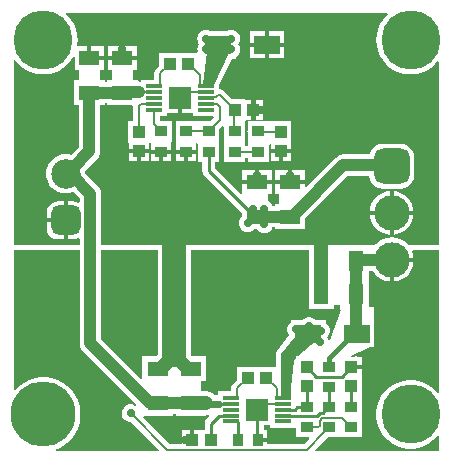
<source format=gtl>
G04*
G04 #@! TF.GenerationSoftware,Altium Limited,Altium Designer,21.8.1 (53)*
G04*
G04 Layer_Physical_Order=1*
G04 Layer_Color=255*
%FSAX44Y44*%
%MOMM*%
G71*
G04*
G04 #@! TF.SameCoordinates,6BB75745-684E-4E6C-8D6C-D78F644A18B4*
G04*
G04*
G04 #@! TF.FilePolarity,Positive*
G04*
G01*
G75*
%ADD10C,0.2000*%
%ADD27R,2.2000X1.5500*%
%ADD28R,1.8000X1.3000*%
%ADD29R,1.3000X1.8000*%
%ADD30R,1.8300X1.8900*%
%ADD31R,1.4000X0.3000*%
%ADD32R,1.0000X1.0000*%
%ADD33R,1.0000X0.9000*%
%ADD34R,0.9000X1.0000*%
%ADD35R,1.0000X1.0000*%
%ADD36C,0.2540*%
%ADD37C,1.0000*%
%ADD38C,1.2000*%
%ADD39C,2.0000*%
%ADD40C,0.4000*%
%ADD41C,0.6000*%
%ADD42C,0.5000*%
%ADD43C,5.0000*%
%ADD44C,5.5000*%
%ADD45C,3.0000*%
G04:AMPARAMS|DCode=46|XSize=3mm|YSize=3mm|CornerRadius=0.75mm|HoleSize=0mm|Usage=FLASHONLY|Rotation=270.000|XOffset=0mm|YOffset=0mm|HoleType=Round|Shape=RoundedRectangle|*
%AMROUNDEDRECTD46*
21,1,3.0000,1.5000,0,0,270.0*
21,1,1.5000,3.0000,0,0,270.0*
1,1,1.5000,-0.7500,-0.7500*
1,1,1.5000,-0.7500,0.7500*
1,1,1.5000,0.7500,0.7500*
1,1,1.5000,0.7500,-0.7500*
%
%ADD46ROUNDEDRECTD46*%
%ADD47C,2.5000*%
G04:AMPARAMS|DCode=48|XSize=2.5mm|YSize=2.5mm|CornerRadius=0.625mm|HoleSize=0mm|Usage=FLASHONLY|Rotation=90.000|XOffset=0mm|YOffset=0mm|HoleType=Round|Shape=RoundedRectangle|*
%AMROUNDEDRECTD48*
21,1,2.5000,1.2500,0,0,90.0*
21,1,1.2500,2.5000,0,0,90.0*
1,1,1.2500,0.6250,0.6250*
1,1,1.2500,0.6250,-0.6250*
1,1,1.2500,-0.6250,-0.6250*
1,1,1.2500,-0.6250,0.6250*
%
%ADD48ROUNDEDRECTD48*%
%ADD49C,0.7000*%
G36*
X01056500Y00687311D02*
Y00676500D01*
X01060000D01*
Y00668000D01*
X01056000D01*
Y00647000D01*
X01059922D01*
Y00611560D01*
X01053147Y00604785D01*
X01052235Y00605061D01*
X01049000Y00605380D01*
X01045765Y00605061D01*
X01042655Y00604118D01*
X01039789Y00602586D01*
X01037276Y00600524D01*
X01035214Y00598011D01*
X01033682Y00595145D01*
X01032739Y00592035D01*
X01032420Y00588800D01*
X01032739Y00585565D01*
X01033682Y00582455D01*
X01035214Y00579589D01*
X01037276Y00577076D01*
X01039789Y00575014D01*
X01042655Y00573482D01*
X01045765Y00572539D01*
X01049000Y00572220D01*
X01052235Y00572539D01*
X01055345Y00573482D01*
X01055471Y00573550D01*
X01060909Y00568112D01*
Y00564884D01*
X01059639Y00564185D01*
X01057795Y00564949D01*
X01055250Y00565284D01*
X01050750D01*
Y00549200D01*
Y00533116D01*
X01055250D01*
X01057795Y00533451D01*
X01059639Y00534215D01*
X01060909Y00533516D01*
Y00528000D01*
X01005000D01*
Y00684954D01*
X01006222Y00685299D01*
X01006466Y00684902D01*
X01009430Y00681431D01*
X01012902Y00678466D01*
X01016794Y00676081D01*
X01021011Y00674334D01*
X01025449Y00673269D01*
X01030000Y00672910D01*
X01034551Y00673269D01*
X01038989Y00674334D01*
X01043206Y00676081D01*
X01047098Y00678466D01*
X01050570Y00681431D01*
X01053534Y00684902D01*
X01055230Y00687669D01*
X01056500Y00687311D01*
D02*
G37*
G36*
X01187482Y00690925D02*
X01175108Y00665260D01*
X01174478Y00663500D01*
X01166144D01*
X01165308Y00664456D01*
X01169000Y00692000D01*
X01186806D01*
X01187482Y00690925D01*
D02*
G37*
G36*
X01321881Y00723809D02*
X01320430Y00722570D01*
X01317466Y00719099D01*
X01315081Y00715206D01*
X01313334Y00710989D01*
X01312269Y00706551D01*
X01311910Y00702000D01*
X01312269Y00697449D01*
X01313334Y00693011D01*
X01315081Y00688794D01*
X01317466Y00684902D01*
X01320430Y00681431D01*
X01323902Y00678466D01*
X01327794Y00676081D01*
X01332011Y00674334D01*
X01336449Y00673269D01*
X01341000Y00672910D01*
X01345551Y00673269D01*
X01349989Y00674334D01*
X01354206Y00676081D01*
X01358098Y00678466D01*
X01361570Y00681431D01*
X01363730Y00683960D01*
X01365000Y00683492D01*
Y00528000D01*
X01339731D01*
X01338500Y00529500D01*
X01335607Y00531874D01*
X01332306Y00533639D01*
X01328725Y00534725D01*
X01325000Y00535092D01*
X01321275Y00534725D01*
X01317694Y00533639D01*
X01314393Y00531874D01*
X01311500Y00529500D01*
X01310269Y00528000D01*
X01079064D01*
Y00571872D01*
X01078755Y00574222D01*
X01077848Y00576411D01*
X01076406Y00578291D01*
X01065545Y00589151D01*
X01065334Y00591296D01*
X01075419Y00601381D01*
X01075419Y00601381D01*
X01076861Y00603261D01*
X01077768Y00605451D01*
X01078078Y00607800D01*
Y00647000D01*
X01082000D01*
Y00648422D01*
X01084000D01*
Y00647000D01*
X01105480D01*
X01105902Y00646486D01*
Y00633000D01*
X01102000D01*
Y00615000D01*
X01102500D01*
Y00609750D01*
X01111000D01*
X01119500D01*
Y00614536D01*
X01120223Y00614990D01*
X01121248Y00614947D01*
X01121500Y00614810D01*
Y00609250D01*
X01130000D01*
X01138500D01*
Y00615500D01*
X01139000Y00616000D01*
X01139000D01*
Y00633000D01*
X01129098D01*
Y00637500D01*
X01135000D01*
Y00640050D01*
X01144250D01*
Y00653000D01*
X01147750D01*
Y00640050D01*
X01157000D01*
Y00637500D01*
X01173994D01*
X01174520Y00636230D01*
X01171290Y00633000D01*
X01161000D01*
Y00633000D01*
X01160000Y00633000D01*
Y00633000D01*
X01142000D01*
Y00616000D01*
X01142000D01*
X01142500Y00615500D01*
Y00609250D01*
X01151000D01*
Y00607500D01*
D01*
Y00609250D01*
X01159500D01*
Y00614810D01*
X01159730Y00614935D01*
X01161000Y00614178D01*
Y00599000D01*
X01164627D01*
Y00591000D01*
X01165036Y00588944D01*
X01166200Y00587201D01*
X01198000Y00555401D01*
Y00552617D01*
X01197651Y00552349D01*
X01196449Y00550782D01*
X01195693Y00548958D01*
X01195435Y00547000D01*
X01195693Y00545042D01*
X01196449Y00543218D01*
X01197651Y00541651D01*
X01199218Y00540449D01*
X01201042Y00539693D01*
X01203000Y00539435D01*
X01204958Y00539693D01*
X01206782Y00540449D01*
X01208349Y00541651D01*
X01208617Y00542000D01*
X01210616D01*
X01211651Y00540651D01*
X01213218Y00539449D01*
X01215042Y00538693D01*
X01217000Y00538435D01*
X01218958Y00538693D01*
X01220782Y00539449D01*
X01222349Y00540651D01*
X01223384Y00542000D01*
X01224000D01*
Y00543301D01*
X01224050Y00543422D01*
X01226000D01*
Y00542000D01*
X01252000D01*
Y00551162D01*
X01287760Y00586922D01*
X01306003D01*
X01306296Y00584698D01*
X01307455Y00581900D01*
X01309298Y00579498D01*
X01311700Y00577655D01*
X01314498Y00576496D01*
X01317500Y00576101D01*
X01332500D01*
X01335502Y00576496D01*
X01338300Y00577655D01*
X01340702Y00579498D01*
X01342545Y00581900D01*
X01343704Y00584698D01*
X01344099Y00587700D01*
Y00602700D01*
X01343704Y00605702D01*
X01342545Y00608500D01*
X01340702Y00610902D01*
X01338300Y00612745D01*
X01335502Y00613904D01*
X01332500Y00614299D01*
X01317500D01*
X01314498Y00613904D01*
X01311700Y00612745D01*
X01309298Y00610902D01*
X01307455Y00608500D01*
X01306296Y00605702D01*
X01306214Y00605078D01*
X01284000D01*
X01281651Y00604768D01*
X01279461Y00603861D01*
X01277581Y00602419D01*
X01252673Y00577511D01*
X01251500Y00577997D01*
Y00579750D01*
X01226500D01*
Y00571500D01*
X01230000D01*
Y00563000D01*
X01226000D01*
Y00561578D01*
X01224050D01*
X01224000Y00561699D01*
Y00563000D01*
X01223384D01*
X01222349Y00564349D01*
X01220782Y00565551D01*
X01220000Y00565875D01*
Y00571500D01*
X01223500D01*
Y00579750D01*
X01198500D01*
Y00571895D01*
X01197323Y00571276D01*
X01175373Y00593226D01*
Y00599000D01*
X01179000D01*
Y00614730D01*
X01179000Y00616000D01*
X01179000D01*
Y00616000D01*
X01179000D01*
Y00626290D01*
X01181827Y00629117D01*
X01183000Y00628631D01*
Y00617270D01*
X01183000Y00616000D01*
X01183000D01*
Y00616000D01*
X01183000D01*
Y00599000D01*
X01201000D01*
Y00602402D01*
X01203000D01*
Y00599000D01*
X01221000D01*
Y00613178D01*
X01222270Y00613935D01*
X01222500Y00613810D01*
Y00609750D01*
X01231000D01*
X01239500D01*
Y00615000D01*
X01240000D01*
Y00633000D01*
X01222000D01*
Y00633000D01*
X01221000Y00633000D01*
Y00633000D01*
X01203000D01*
Y00624992D01*
X01202902Y00624500D01*
X01203000Y00624007D01*
Y00617270D01*
X01203000Y00616000D01*
X01203000D01*
Y00616000D01*
X01203000D01*
Y00612598D01*
X01201000D01*
Y00614730D01*
X01201000Y00616000D01*
X01201000D01*
Y00616000D01*
X01201000D01*
Y00633000D01*
X01201000D01*
X01201000Y00633230D01*
X01202063Y00634500D01*
X01206250D01*
Y00643000D01*
Y00651500D01*
X01201000D01*
Y00652000D01*
X01190210D01*
X01183305Y00658905D01*
X01181651Y00660010D01*
X01179700Y00660398D01*
X01179000D01*
Y00663007D01*
X01179098Y00663500D01*
Y00664146D01*
X01189755Y00686250D01*
X01193250D01*
Y00687808D01*
X01194349Y00688651D01*
X01195551Y00690218D01*
X01196307Y00692042D01*
X01196565Y00694000D01*
X01196307Y00695958D01*
X01195551Y00697782D01*
X01195001Y00698500D01*
X01195551Y00699218D01*
X01196307Y00701042D01*
X01196565Y00703000D01*
X01196307Y00704958D01*
X01195551Y00706782D01*
X01194349Y00708349D01*
X01193250Y00709192D01*
Y00709750D01*
X01192302D01*
X01190958Y00710307D01*
X01189000Y00710565D01*
X01187042Y00710307D01*
X01185698Y00709750D01*
X01171302D01*
X01169958Y00710307D01*
X01168000Y00710565D01*
X01166042Y00710307D01*
X01164697Y00709750D01*
X01163250D01*
Y00708809D01*
X01162651Y00708349D01*
X01161449Y00706782D01*
X01160693Y00704958D01*
X01160435Y00703000D01*
X01160693Y00701042D01*
X01161449Y00699218D01*
X01161999Y00698500D01*
X01161449Y00697782D01*
X01160693Y00695958D01*
X01160435Y00694000D01*
X01160663Y00692270D01*
X01160186Y00691283D01*
X01159997Y00691000D01*
X01128000D01*
Y00680210D01*
X01125395Y00677605D01*
X01124290Y00675951D01*
X01123902Y00674000D01*
Y00668500D01*
X01113000D01*
Y00667536D01*
X01112045Y00666699D01*
X01110817Y00666861D01*
X01110000D01*
Y00668000D01*
X01106000D01*
Y00676500D01*
X01109500D01*
Y00684750D01*
X01084500D01*
Y00676500D01*
X01088000D01*
Y00668000D01*
X01084000D01*
Y00666578D01*
X01082000D01*
Y00668000D01*
X01078000D01*
Y00676500D01*
X01081500D01*
Y00684750D01*
X01069000D01*
Y00686500D01*
X01067250D01*
Y00696500D01*
X01059565D01*
X01058757Y00697770D01*
X01059090Y00702000D01*
X01058732Y00706551D01*
X01057666Y00710989D01*
X01055919Y00715206D01*
X01053534Y00719099D01*
X01050570Y00722570D01*
X01049119Y00723809D01*
X01049558Y00725000D01*
X01321442D01*
X01321881Y00723809D01*
D02*
G37*
G36*
X01365000Y00523922D02*
Y00403359D01*
X01363792Y00402967D01*
X01363120Y00403892D01*
X01359892Y00407120D01*
X01356199Y00409803D01*
X01352132Y00411875D01*
X01347791Y00413286D01*
X01343282Y00414000D01*
X01338718D01*
X01334209Y00413286D01*
X01329868Y00411875D01*
X01325801Y00409803D01*
X01322108Y00407120D01*
X01318880Y00403892D01*
X01316197Y00400199D01*
X01314125Y00396132D01*
X01312714Y00391791D01*
X01312000Y00387282D01*
Y00382718D01*
X01312714Y00378209D01*
X01314125Y00373868D01*
X01316197Y00369801D01*
X01318880Y00366108D01*
X01322108Y00362880D01*
X01325801Y00360197D01*
X01329868Y00358125D01*
X01334209Y00356714D01*
X01338718Y00356000D01*
X01343282D01*
X01347791Y00356714D01*
X01352132Y00358125D01*
X01356199Y00360197D01*
X01359892Y00362880D01*
X01363120Y00366108D01*
X01363792Y00367033D01*
X01365000Y00366641D01*
Y00354000D01*
X01260869D01*
X01260383Y00355173D01*
X01270710Y00365500D01*
X01281000D01*
X01281000Y00365500D01*
X01282000D01*
Y00365500D01*
X01282270Y00365500D01*
X01300000D01*
Y00381230D01*
X01300000Y00382500D01*
X01300000D01*
Y00382500D01*
X01300000D01*
Y00399500D01*
X01300000D01*
Y00400000D01*
X01300000D01*
Y00418000D01*
X01299500D01*
Y00423250D01*
X01291000D01*
Y00426750D01*
X01299510D01*
X01299710Y00427049D01*
X01300098Y00429000D01*
X01299710Y00430951D01*
X01299500Y00431265D01*
Y00433500D01*
X01297265D01*
X01296951Y00433710D01*
X01295000Y00434098D01*
X01293049Y00433710D01*
X01292735Y00433500D01*
X01290565D01*
X01290315Y00434745D01*
X01307019Y00441750D01*
X01310000D01*
Y00464250D01*
Y00476309D01*
X01306000D01*
Y00506000D01*
X01309432D01*
X01310630Y00504207D01*
X01313207Y00501630D01*
X01316237Y00499605D01*
X01319604Y00498211D01*
X01323178Y00497500D01*
X01323250D01*
Y00516000D01*
X01325000D01*
Y00517750D01*
X01343500D01*
Y00517822D01*
X01342789Y00521396D01*
X01342180Y00522866D01*
X01342886Y00523922D01*
X01365000D01*
X01365000Y00523922D01*
D02*
G37*
G36*
X01255000Y00502000D02*
X01255414D01*
Y00500000D01*
X01255000D01*
Y00474000D01*
X01276000D01*
Y00478000D01*
X01281000D01*
Y00474500D01*
X01281024D01*
X01281751Y00473459D01*
X01272485Y00448218D01*
X01271154Y00448278D01*
X01270989Y00448895D01*
X01270078Y00450472D01*
X01271002Y00451395D01*
X01271989Y00453105D01*
X01272500Y00455013D01*
Y00456987D01*
X01271989Y00458895D01*
X01271002Y00460605D01*
X01269605Y00462001D01*
X01269500Y00462062D01*
Y00464750D01*
X01260857D01*
X01259605Y00466002D01*
X01257895Y00466989D01*
X01255987Y00467500D01*
X01254013D01*
X01252105Y00466989D01*
X01250395Y00466002D01*
X01249143Y00464750D01*
X01239500D01*
Y00463062D01*
X01239395Y00463002D01*
X01237999Y00461605D01*
X01237011Y00459895D01*
X01236500Y00457987D01*
Y00456013D01*
X01237011Y00454105D01*
X01237999Y00452395D01*
X01238476Y00451917D01*
X01227824Y00438689D01*
X01227555Y00438175D01*
X01227232Y00437692D01*
X01227189Y00437475D01*
X01227086Y00437279D01*
X01227035Y00436700D01*
X01226922Y00436131D01*
Y00425000D01*
X01194000D01*
Y00414210D01*
X01190395Y00410605D01*
X01189290Y00408951D01*
X01188902Y00407000D01*
Y00404500D01*
X01178000D01*
Y00401060D01*
X01175786D01*
X01175347Y00401632D01*
X01173259Y00403235D01*
X01170826Y00404243D01*
X01168215Y00404586D01*
X01168000D01*
Y00405000D01*
X01164000D01*
Y00413000D01*
X01168000D01*
Y00434000D01*
X01156264D01*
X01155121Y00435143D01*
Y00523922D01*
X01255000D01*
Y00502000D01*
D02*
G37*
G36*
X01126879Y00435143D02*
X01125736Y00434000D01*
X01114000D01*
Y00415497D01*
X01112827Y00415011D01*
X01079064Y00448773D01*
Y00523922D01*
X01126879D01*
Y00435143D01*
D02*
G37*
G36*
X01263027Y00451075D02*
X01263295Y00449834D01*
X01251000Y00439000D01*
X01245326Y00434000D01*
X01244000D01*
Y00432832D01*
X01242072Y00431133D01*
X01239048Y00399500D01*
X01231000D01*
Y00436131D01*
X01247000Y00456000D01*
X01263027Y00451075D01*
D02*
G37*
G36*
X01060909Y00445013D02*
X01061218Y00442664D01*
X01062125Y00440475D01*
X01063568Y00438594D01*
X01108816Y00393346D01*
X01108036Y00392330D01*
X01106895Y00392989D01*
X01104987Y00393500D01*
X01103013D01*
X01101105Y00392989D01*
X01099395Y00392001D01*
X01097999Y00390605D01*
X01097011Y00388895D01*
X01096500Y00386987D01*
Y00385013D01*
X01097011Y00383105D01*
X01097999Y00381395D01*
X01099395Y00379999D01*
X01101105Y00379011D01*
X01103013Y00378500D01*
X01104290D01*
X01127617Y00355173D01*
X01127131Y00354000D01*
X01040638D01*
X01040437Y00355270D01*
X01042092Y00355808D01*
X01046510Y00358059D01*
X01050521Y00360973D01*
X01054027Y00364479D01*
X01056941Y00368490D01*
X01059192Y00372908D01*
X01060724Y00377624D01*
X01061500Y00382521D01*
Y00387479D01*
X01060724Y00392376D01*
X01059192Y00397092D01*
X01056941Y00401510D01*
X01054027Y00405521D01*
X01050521Y00409027D01*
X01046510Y00411941D01*
X01042092Y00414192D01*
X01037376Y00415724D01*
X01032479Y00416500D01*
X01027521D01*
X01022624Y00415724D01*
X01017908Y00414192D01*
X01013490Y00411941D01*
X01009479Y00409027D01*
X01006270Y00405818D01*
X01005000Y00406237D01*
Y00523922D01*
X01060909D01*
Y00445013D01*
D02*
G37*
G36*
X01222000Y00373500D02*
X01244000D01*
X01244000Y00372230D01*
Y00365500D01*
X01254631D01*
X01255117Y00364327D01*
X01250888Y00360098D01*
X01219500D01*
Y00361250D01*
X01211500D01*
Y00364750D01*
X01219500D01*
Y00371500D01*
X01216675D01*
Y00376050D01*
X01222000D01*
Y00373500D01*
D02*
G37*
G36*
X01142000Y00384000D02*
X01168000D01*
Y00384414D01*
X01168215D01*
X01170292Y00384687D01*
X01170885Y00383484D01*
X01168201Y00380799D01*
X01167036Y00379056D01*
X01166627Y00377000D01*
Y00372000D01*
X01163000D01*
Y00371500D01*
X01157750D01*
Y00363000D01*
X01156000D01*
Y00361250D01*
X01147500D01*
Y00360098D01*
X01137112D01*
X01114480Y00382730D01*
X01115006Y00384000D01*
X01140000D01*
Y00385422D01*
X01142000D01*
Y00384000D01*
D02*
G37*
%LPC*%
G36*
X01047250Y00565284D02*
X01042750D01*
X01040205Y00564949D01*
X01037833Y00563967D01*
X01035796Y00562404D01*
X01034233Y00560367D01*
X01033251Y00557995D01*
X01032916Y00555450D01*
Y00550950D01*
X01047250D01*
Y00565284D01*
D02*
G37*
G36*
Y00547450D02*
X01032916D01*
Y00542950D01*
X01033251Y00540405D01*
X01034233Y00538033D01*
X01035796Y00535996D01*
X01037833Y00534433D01*
X01040205Y00533451D01*
X01042750Y00533116D01*
X01047250D01*
Y00547450D01*
D02*
G37*
G36*
X01233750Y00709250D02*
X01221000D01*
Y00699750D01*
X01233750D01*
Y00709250D01*
D02*
G37*
G36*
X01217500D02*
X01204750D01*
Y00699750D01*
X01217500D01*
Y00709250D01*
D02*
G37*
G36*
X01109500Y00696500D02*
X01098750D01*
Y00688250D01*
X01109500D01*
Y00696500D01*
D02*
G37*
G36*
X01095250D02*
X01084500D01*
Y00688250D01*
X01095250D01*
Y00696500D01*
D02*
G37*
G36*
X01081500D02*
X01070750D01*
Y00688250D01*
X01081500D01*
Y00696500D01*
D02*
G37*
G36*
X01233750Y00696250D02*
X01221000D01*
Y00686750D01*
X01233750D01*
Y00696250D01*
D02*
G37*
G36*
X01217500D02*
X01204750D01*
Y00686750D01*
X01217500D01*
Y00696250D01*
D02*
G37*
G36*
X01216500Y00651500D02*
X01209750D01*
Y00644750D01*
X01216500D01*
Y00651500D01*
D02*
G37*
G36*
Y00641250D02*
X01209750D01*
Y00634500D01*
X01216500D01*
Y00641250D01*
D02*
G37*
G36*
X01239500Y00606250D02*
X01232750D01*
Y00599500D01*
X01239500D01*
Y00606250D01*
D02*
G37*
G36*
X01229250D02*
X01222500D01*
Y00599500D01*
X01229250D01*
Y00606250D01*
D02*
G37*
G36*
X01159500Y00605750D02*
X01152750D01*
Y00599500D01*
X01159500D01*
Y00605750D01*
D02*
G37*
G36*
X01149250D02*
X01142500D01*
Y00599500D01*
X01149250D01*
Y00605750D01*
D02*
G37*
G36*
X01138500D02*
X01131750D01*
Y00599500D01*
X01138500D01*
Y00605750D01*
D02*
G37*
G36*
X01128250D02*
X01121500D01*
Y00599500D01*
X01128250D01*
Y00605750D01*
D02*
G37*
G36*
X01119500Y00606250D02*
X01112750D01*
Y00599500D01*
X01119500D01*
Y00606250D01*
D02*
G37*
G36*
X01109250D02*
X01102500D01*
Y00599500D01*
X01109250D01*
Y00606250D01*
D02*
G37*
G36*
X01251500Y00591500D02*
X01240750D01*
Y00583250D01*
X01251500D01*
Y00591500D01*
D02*
G37*
G36*
X01237250D02*
X01226500D01*
Y00583250D01*
X01237250D01*
Y00591500D01*
D02*
G37*
G36*
X01223500D02*
X01212750D01*
Y00583250D01*
X01223500D01*
Y00591500D01*
D02*
G37*
G36*
X01209250D02*
X01198500D01*
Y00583250D01*
X01209250D01*
Y00591500D01*
D02*
G37*
G36*
X01326750Y00574017D02*
Y00557350D01*
X01343417D01*
X01343232Y00559227D01*
X01342175Y00562714D01*
X01340457Y00565928D01*
X01338145Y00568745D01*
X01335328Y00571057D01*
X01332114Y00572775D01*
X01328627Y00573832D01*
X01326750Y00574017D01*
D02*
G37*
G36*
X01323250D02*
X01321373Y00573832D01*
X01317886Y00572775D01*
X01314672Y00571057D01*
X01311855Y00568745D01*
X01309543Y00565928D01*
X01307825Y00562714D01*
X01306768Y00559227D01*
X01306583Y00557350D01*
X01323250D01*
Y00574017D01*
D02*
G37*
G36*
Y00553850D02*
X01306583D01*
X01306768Y00551973D01*
X01307825Y00548486D01*
X01309543Y00545272D01*
X01311855Y00542455D01*
X01314672Y00540143D01*
X01317886Y00538425D01*
X01321373Y00537368D01*
X01323250Y00537183D01*
Y00553850D01*
D02*
G37*
G36*
X01343417D02*
X01326750D01*
Y00537183D01*
X01328627Y00537368D01*
X01332114Y00538425D01*
X01335328Y00540143D01*
X01338145Y00542455D01*
X01340457Y00545272D01*
X01342175Y00548486D01*
X01343232Y00551973D01*
X01343417Y00553850D01*
D02*
G37*
G36*
X01343500Y00514250D02*
X01326750D01*
Y00497500D01*
X01326822D01*
X01330396Y00498211D01*
X01333763Y00499605D01*
X01336793Y00501630D01*
X01339370Y00504207D01*
X01341395Y00507237D01*
X01342789Y00510604D01*
X01343500Y00514178D01*
Y00514250D01*
D02*
G37*
G36*
X01154250Y00371500D02*
X01147500D01*
Y00364750D01*
X01154250D01*
Y00371500D01*
D02*
G37*
%LPD*%
D10*
X01168000Y00663000D02*
X01173500D01*
X01174000Y00663500D02*
Y00675250D01*
X01178250Y00679500D01*
X01173500Y00663000D02*
X01174000Y00663500D01*
X01178250Y00679500D02*
Y00698000D01*
X01175662Y00695412D02*
X01178250Y00698000D01*
X01163260Y00663000D02*
X01168000D01*
X01176243Y00653500D02*
X01178043Y00655300D01*
X01179700D02*
X01192000Y00643000D01*
X01168500Y00653500D02*
X01176243D01*
X01178043Y00655300D02*
X01179700D01*
X01168000Y00653000D02*
X01168500Y00653500D01*
X01249250Y00451000D02*
X01251250D01*
X01239000Y00440750D02*
X01249250Y00451000D01*
X01239000Y00399500D02*
Y00440750D01*
X01238500Y00399000D02*
X01239000Y00399500D01*
X01233000Y00399000D02*
X01238500D01*
X01268039Y00381500D02*
X01283000D01*
X01264000Y00379743D02*
X01265757Y00381500D01*
X01264000Y00375172D02*
Y00379743D01*
X01265757Y00381500D02*
X01268039D01*
X01253000Y00374000D02*
X01262828D01*
X01264000Y00375172D01*
X01283000Y00381500D02*
X01290500Y00374000D01*
X01104000Y00386000D02*
X01135000Y00355000D01*
X01253000D01*
X01268000Y00370000D01*
X01271500Y00374000D02*
X01272000D01*
X01268000Y00370500D02*
X01271500Y00374000D01*
X01268000Y00370000D02*
Y00370500D01*
X01290500Y00374000D02*
X01291000D01*
X01268000Y00422000D02*
X01269000Y00423000D01*
X01269500D01*
X01268000Y00421500D02*
Y00422000D01*
X01291000Y00425000D02*
X01295000Y00429000D01*
X01216000Y00394000D02*
X01233000D01*
X01216000D02*
X01216000D01*
X01151000Y00658000D02*
X01151000Y00658000D01*
X01146000Y00653000D02*
X01151000Y00658000D01*
X01211000Y00389000D02*
X01216000Y00394000D01*
X01178429Y00394000D02*
X01178429Y00394000D01*
X01189000D01*
X01228000Y00399500D02*
X01228500Y00399000D01*
X01219000Y00416000D02*
X01228000Y00407000D01*
X01228500Y00399000D02*
X01233000D01*
X01228000Y00399500D02*
Y00407000D01*
X01193500Y00399000D02*
X01194000Y00399500D01*
Y00407000D02*
X01203000Y00416000D01*
X01189000Y00399000D02*
X01193500D01*
X01194000Y00399500D02*
Y00407000D01*
X01129000Y00664000D02*
Y00674000D01*
X01137000Y00682000D01*
X01151000Y00658000D02*
X01168000D01*
X01114136D02*
X01124000D01*
X01111000Y00624000D02*
Y00646486D01*
X01112488Y00647974D01*
X01123974D01*
X01191817Y00624683D02*
Y00642817D01*
Y00624683D02*
X01192000Y00624500D01*
X01159000Y00676000D02*
X01163030Y00671970D01*
Y00663230D02*
Y00671970D01*
Y00663230D02*
X01163260Y00663000D01*
X01159000Y00676000D02*
Y00676000D01*
X01153000Y00682000D02*
X01159000Y00676000D01*
X01168230Y00647770D02*
X01177230D01*
X01180000Y00634500D02*
Y00645000D01*
X01177230Y00647770D02*
X01180000Y00645000D01*
X01173730Y00628230D02*
X01180000Y00634500D01*
X01170000Y00624500D02*
X01170500D01*
X01173730Y00627730D01*
Y00628230D01*
X01191817Y00642817D02*
X01192000Y00643000D01*
X01123974Y00647974D02*
X01124000Y00648000D01*
X01189000Y00607500D02*
X01208000D01*
X01189000Y00607500D02*
X01189000Y00607500D01*
X01208500Y00624000D02*
X01227000D01*
X01208000Y00624500D02*
X01208500Y00624000D01*
X01168000Y00648000D02*
X01168230Y00647770D01*
X01151000Y00624500D02*
X01170000D01*
X01170000Y00624500D01*
X01126270Y00627730D02*
Y00628230D01*
Y00627730D02*
X01129500Y00624500D01*
X01124000Y00630500D02*
X01126270Y00628230D01*
X01124000Y00630500D02*
Y00643000D01*
X01129500Y00624500D02*
X01130000D01*
D27*
X01178250Y00698000D02*
D03*
X01219250D02*
D03*
X01254500Y00453000D02*
D03*
X01295500D02*
D03*
D28*
X01097000Y00686500D02*
D03*
Y00657500D02*
D03*
X01239000Y00552500D02*
D03*
Y00581500D02*
D03*
X01155000Y00394500D02*
D03*
Y00423500D02*
D03*
X01069000Y00657500D02*
D03*
Y00686500D02*
D03*
X01211000Y00581500D02*
D03*
Y00552500D02*
D03*
X01127000Y00423500D02*
D03*
Y00394500D02*
D03*
D29*
X01294500Y00515000D02*
D03*
X01265500D02*
D03*
X01294500Y00487000D02*
D03*
X01265500D02*
D03*
D30*
X01146000Y00653000D02*
D03*
X01211000Y00389000D02*
D03*
D31*
X01168000Y00663000D02*
D03*
Y00658000D02*
D03*
Y00653000D02*
D03*
Y00648000D02*
D03*
Y00643000D02*
D03*
X01124000D02*
D03*
Y00648000D02*
D03*
Y00653000D02*
D03*
Y00658000D02*
D03*
Y00663000D02*
D03*
X01189000Y00399000D02*
D03*
Y00394000D02*
D03*
Y00389000D02*
D03*
Y00384000D02*
D03*
Y00379000D02*
D03*
X01233000D02*
D03*
Y00384000D02*
D03*
Y00389000D02*
D03*
Y00394000D02*
D03*
Y00399000D02*
D03*
D32*
X01253000Y00425000D02*
D03*
Y00409000D02*
D03*
X01291000Y00425000D02*
D03*
Y00409000D02*
D03*
X01231000Y00608000D02*
D03*
Y00624000D02*
D03*
X01111000Y00624000D02*
D03*
Y00608000D02*
D03*
D33*
X01291000Y00374000D02*
D03*
Y00391000D02*
D03*
X01272000D02*
D03*
Y00374000D02*
D03*
Y00408500D02*
D03*
Y00425500D02*
D03*
X01253000Y00391000D02*
D03*
Y00374000D02*
D03*
X01151000Y00607500D02*
D03*
Y00624500D02*
D03*
X01192000Y00607500D02*
D03*
Y00624500D02*
D03*
X01212000Y00624500D02*
D03*
Y00607500D02*
D03*
X01130000Y00607500D02*
D03*
Y00624500D02*
D03*
X01170000Y00624500D02*
D03*
Y00607500D02*
D03*
D34*
X01194500Y00363000D02*
D03*
X01211500D02*
D03*
D35*
X01172000D02*
D03*
X01156000D02*
D03*
X01219000Y00416000D02*
D03*
X01203000D02*
D03*
X01192000Y00643000D02*
D03*
X01208000D02*
D03*
X01137000Y00682000D02*
D03*
X01153000D02*
D03*
D36*
X01208000Y00555500D02*
X01211000Y00552500D01*
X01208000Y00555500D02*
Y00559000D01*
X01204500Y00556500D02*
X01208500Y00552500D01*
X01204500Y00556500D02*
Y00556500D01*
X01208500Y00552500D02*
X01211000D01*
X01203270Y00557730D02*
X01204500Y00556500D01*
X01170000Y00591000D02*
X01203270Y00557730D01*
X01203270D01*
X01170000Y00591000D02*
Y00607500D01*
X01264719Y00386500D02*
X01267000D01*
X01261449Y00383230D02*
X01264719Y00386500D01*
X01271500Y00391000D02*
X01272000D01*
X01267000Y00386500D02*
X01271500Y00391000D01*
X01246646Y00383230D02*
X01261449D01*
X01245875Y00384000D02*
X01246646Y00383230D01*
X01211302Y00362198D02*
Y00388698D01*
X01253000Y00425000D02*
X01261000Y00417000D01*
X01283000D02*
X01291000Y00425000D01*
X01261000Y00417000D02*
X01283000D01*
X01249270Y00392678D02*
X01250000Y00393408D01*
Y00394000D01*
X01272000Y00391000D02*
Y00408500D01*
X01211302Y00388698D02*
X01216000Y00384000D01*
X01211000Y00389000D02*
X01211302Y00388698D01*
X01172000Y00366000D02*
Y00377000D01*
X01179000Y00384000D02*
X01189000D01*
X01172000Y00377000D02*
X01179000Y00384000D01*
X01194270Y00379000D02*
X01194500Y00378770D01*
X01189000Y00379000D02*
X01194270D01*
X01194500Y00362000D02*
Y00378770D01*
X01211302Y00362198D02*
X01211500Y00362000D01*
X01233000Y00384000D02*
X01245875D01*
X01245000Y00391000D02*
X01253000D01*
Y00392000D02*
Y00409000D01*
X01291000Y00388500D02*
Y00407000D01*
X01243000Y00389000D02*
X01245000Y00391000D01*
X01233000Y00389000D02*
X01243000D01*
X01156000Y00363000D02*
X01156000Y00363000D01*
D37*
X01240500Y00552500D02*
X01284000Y00596000D01*
X01211000Y00552500D02*
X01240500D01*
X01069987Y00445013D02*
Y00571872D01*
X01054900Y00586959D02*
X01069987Y00571872D01*
X01054900Y00586959D02*
Y00589376D01*
X01127000Y00394500D02*
X01155000D01*
X01097500Y00658000D02*
X01097717Y00657783D01*
X01251250Y00451000D02*
X01254500D01*
X01321484Y00515284D02*
X01324000Y00517800D01*
X01294500Y00515000D02*
X01294784Y00515284D01*
X01321484D01*
X01294500Y00454500D02*
Y00487000D01*
Y00454000D02*
Y00454500D01*
Y00487000D02*
Y00512000D01*
X01284000Y00596000D02*
X01321000D01*
X01294500Y00454000D02*
X01295500Y00453000D01*
X01120500Y00394500D02*
X01127000D01*
X01069987Y00445013D02*
X01120500Y00394500D01*
X01054900Y00593700D02*
X01069000Y00607800D01*
Y00657500D01*
X01097717Y00657783D02*
X01110817D01*
X01069000Y00657500D02*
X01096000D01*
D38*
X01141000Y00536000D02*
X01143000Y00538000D01*
X01141000Y00435000D02*
X01152500Y00423500D01*
X01155000D01*
X01141000Y00435000D02*
X01141000D01*
X01127000Y00423500D02*
X01129500D01*
X01141000Y00435000D01*
X01265500Y00515000D02*
Y00533223D01*
Y00487000D02*
Y00515000D01*
X01239000Y00581500D02*
X01241500D01*
X01242000Y00582000D01*
X01155000Y00394500D02*
X01168215D01*
D39*
X01141000Y00435000D02*
Y00536000D01*
D40*
X01272000Y00425500D02*
X01272125Y00425625D01*
Y00432875D01*
X01269500Y00423000D02*
X01272000Y00425500D01*
X01272125Y00432875D02*
X01293750Y00454500D01*
X01294500D01*
D41*
X01168715Y00394000D02*
X01178429D01*
X01178429Y00394000D01*
X01168215Y00394500D02*
X01168715Y00394000D01*
D42*
X01110817Y00657783D02*
X01113919D01*
X01114136Y00658000D01*
D43*
X01341000Y00385000D02*
D03*
X01030000Y00702000D02*
D03*
X01341000D02*
D03*
D44*
X01030000Y00385000D02*
D03*
D45*
X01325000Y00516000D02*
D03*
Y00555600D02*
D03*
D46*
Y00595200D02*
D03*
D47*
X01049000Y00588800D02*
D03*
D48*
Y00549200D02*
D03*
D49*
X01208000Y00559000D02*
D03*
X01203000Y00547000D02*
D03*
X01168000Y00703000D02*
D03*
Y00694000D02*
D03*
X01189000Y00703000D02*
D03*
Y00694000D02*
D03*
X01217000Y00546000D02*
D03*
Y00559000D02*
D03*
X01104000Y00386000D02*
D03*
X01255000Y00460000D02*
D03*
X01265000Y00456000D02*
D03*
X01264000Y00446000D02*
D03*
X01244000Y00457000D02*
D03*
X01211000Y00588000D02*
D03*
X01214000Y00643000D02*
D03*
X01097000Y00694000D02*
D03*
X01239000Y00588000D02*
D03*
X01150000Y00363000D02*
D03*
X01216000Y00394000D02*
D03*
X01206000D02*
D03*
X01216000Y00384000D02*
D03*
X01206000D02*
D03*
X01151000Y00648000D02*
D03*
X01141000D02*
D03*
Y00658000D02*
D03*
X01151000D02*
D03*
M02*

</source>
